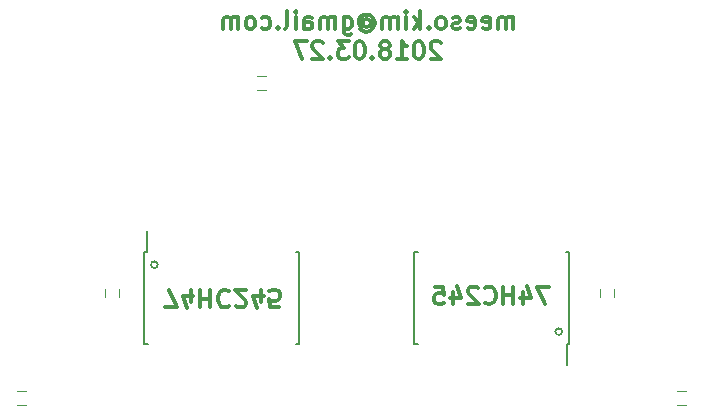
<source format=gbr>
G04 #@! TF.FileFunction,Legend,Bot*
%FSLAX46Y46*%
G04 Gerber Fmt 4.6, Leading zero omitted, Abs format (unit mm)*
G04 Created by KiCad (PCBNEW 4.0.7) date 03/27/18 19:59:39*
%MOMM*%
%LPD*%
G01*
G04 APERTURE LIST*
%ADD10C,0.100000*%
%ADD11C,0.300000*%
%ADD12C,0.200000*%
%ADD13C,0.150000*%
%ADD14C,0.120000*%
G04 APERTURE END LIST*
D10*
D11*
X183073856Y-94682571D02*
X182073856Y-94682571D01*
X182716713Y-96182571D01*
X180859571Y-95182571D02*
X180859571Y-96182571D01*
X181216714Y-94611143D02*
X181573857Y-95682571D01*
X180645285Y-95682571D01*
X180073857Y-96182571D02*
X180073857Y-94682571D01*
X180073857Y-95396857D02*
X179216714Y-95396857D01*
X179216714Y-96182571D02*
X179216714Y-94682571D01*
X177645285Y-96039714D02*
X177716714Y-96111143D01*
X177931000Y-96182571D01*
X178073857Y-96182571D01*
X178288142Y-96111143D01*
X178431000Y-95968286D01*
X178502428Y-95825429D01*
X178573857Y-95539714D01*
X178573857Y-95325429D01*
X178502428Y-95039714D01*
X178431000Y-94896857D01*
X178288142Y-94754000D01*
X178073857Y-94682571D01*
X177931000Y-94682571D01*
X177716714Y-94754000D01*
X177645285Y-94825429D01*
X177073857Y-94825429D02*
X177002428Y-94754000D01*
X176859571Y-94682571D01*
X176502428Y-94682571D01*
X176359571Y-94754000D01*
X176288142Y-94825429D01*
X176216714Y-94968286D01*
X176216714Y-95111143D01*
X176288142Y-95325429D01*
X177145285Y-96182571D01*
X176216714Y-96182571D01*
X174931000Y-95182571D02*
X174931000Y-96182571D01*
X175288143Y-94611143D02*
X175645286Y-95682571D01*
X174716714Y-95682571D01*
X173431000Y-94682571D02*
X174145286Y-94682571D01*
X174216715Y-95396857D01*
X174145286Y-95325429D01*
X174002429Y-95254000D01*
X173645286Y-95254000D01*
X173502429Y-95325429D01*
X173431000Y-95396857D01*
X173359572Y-95539714D01*
X173359572Y-95896857D01*
X173431000Y-96039714D01*
X173502429Y-96111143D01*
X173645286Y-96182571D01*
X174002429Y-96182571D01*
X174145286Y-96111143D01*
X174216715Y-96039714D01*
X150555144Y-96452429D02*
X151555144Y-96452429D01*
X150912287Y-94952429D01*
X152769429Y-95952429D02*
X152769429Y-94952429D01*
X152412286Y-96523857D02*
X152055143Y-95452429D01*
X152983715Y-95452429D01*
X153555143Y-94952429D02*
X153555143Y-96452429D01*
X153555143Y-95738143D02*
X154412286Y-95738143D01*
X154412286Y-94952429D02*
X154412286Y-96452429D01*
X155983715Y-95095286D02*
X155912286Y-95023857D01*
X155698000Y-94952429D01*
X155555143Y-94952429D01*
X155340858Y-95023857D01*
X155198000Y-95166714D01*
X155126572Y-95309571D01*
X155055143Y-95595286D01*
X155055143Y-95809571D01*
X155126572Y-96095286D01*
X155198000Y-96238143D01*
X155340858Y-96381000D01*
X155555143Y-96452429D01*
X155698000Y-96452429D01*
X155912286Y-96381000D01*
X155983715Y-96309571D01*
X156555143Y-96309571D02*
X156626572Y-96381000D01*
X156769429Y-96452429D01*
X157126572Y-96452429D01*
X157269429Y-96381000D01*
X157340858Y-96309571D01*
X157412286Y-96166714D01*
X157412286Y-96023857D01*
X157340858Y-95809571D01*
X156483715Y-94952429D01*
X157412286Y-94952429D01*
X158698000Y-95952429D02*
X158698000Y-94952429D01*
X158340857Y-96523857D02*
X157983714Y-95452429D01*
X158912286Y-95452429D01*
X160198000Y-96452429D02*
X159483714Y-96452429D01*
X159412285Y-95738143D01*
X159483714Y-95809571D01*
X159626571Y-95881000D01*
X159983714Y-95881000D01*
X160126571Y-95809571D01*
X160198000Y-95738143D01*
X160269428Y-95595286D01*
X160269428Y-95238143D01*
X160198000Y-95095286D01*
X160126571Y-95023857D01*
X159983714Y-94952429D01*
X159626571Y-94952429D01*
X159483714Y-95023857D01*
X159412285Y-95095286D01*
X180052714Y-72873071D02*
X180052714Y-71873071D01*
X180052714Y-72015929D02*
X179981286Y-71944500D01*
X179838428Y-71873071D01*
X179624143Y-71873071D01*
X179481286Y-71944500D01*
X179409857Y-72087357D01*
X179409857Y-72873071D01*
X179409857Y-72087357D02*
X179338428Y-71944500D01*
X179195571Y-71873071D01*
X178981286Y-71873071D01*
X178838428Y-71944500D01*
X178767000Y-72087357D01*
X178767000Y-72873071D01*
X177481286Y-72801643D02*
X177624143Y-72873071D01*
X177909857Y-72873071D01*
X178052714Y-72801643D01*
X178124143Y-72658786D01*
X178124143Y-72087357D01*
X178052714Y-71944500D01*
X177909857Y-71873071D01*
X177624143Y-71873071D01*
X177481286Y-71944500D01*
X177409857Y-72087357D01*
X177409857Y-72230214D01*
X178124143Y-72373071D01*
X176195572Y-72801643D02*
X176338429Y-72873071D01*
X176624143Y-72873071D01*
X176767000Y-72801643D01*
X176838429Y-72658786D01*
X176838429Y-72087357D01*
X176767000Y-71944500D01*
X176624143Y-71873071D01*
X176338429Y-71873071D01*
X176195572Y-71944500D01*
X176124143Y-72087357D01*
X176124143Y-72230214D01*
X176838429Y-72373071D01*
X175552715Y-72801643D02*
X175409858Y-72873071D01*
X175124143Y-72873071D01*
X174981286Y-72801643D01*
X174909858Y-72658786D01*
X174909858Y-72587357D01*
X174981286Y-72444500D01*
X175124143Y-72373071D01*
X175338429Y-72373071D01*
X175481286Y-72301643D01*
X175552715Y-72158786D01*
X175552715Y-72087357D01*
X175481286Y-71944500D01*
X175338429Y-71873071D01*
X175124143Y-71873071D01*
X174981286Y-71944500D01*
X174052714Y-72873071D02*
X174195572Y-72801643D01*
X174267000Y-72730214D01*
X174338429Y-72587357D01*
X174338429Y-72158786D01*
X174267000Y-72015929D01*
X174195572Y-71944500D01*
X174052714Y-71873071D01*
X173838429Y-71873071D01*
X173695572Y-71944500D01*
X173624143Y-72015929D01*
X173552714Y-72158786D01*
X173552714Y-72587357D01*
X173624143Y-72730214D01*
X173695572Y-72801643D01*
X173838429Y-72873071D01*
X174052714Y-72873071D01*
X172909857Y-72730214D02*
X172838429Y-72801643D01*
X172909857Y-72873071D01*
X172981286Y-72801643D01*
X172909857Y-72730214D01*
X172909857Y-72873071D01*
X172195571Y-72873071D02*
X172195571Y-71373071D01*
X172052714Y-72301643D02*
X171624143Y-72873071D01*
X171624143Y-71873071D02*
X172195571Y-72444500D01*
X170981285Y-72873071D02*
X170981285Y-71873071D01*
X170981285Y-71373071D02*
X171052714Y-71444500D01*
X170981285Y-71515929D01*
X170909857Y-71444500D01*
X170981285Y-71373071D01*
X170981285Y-71515929D01*
X170266999Y-72873071D02*
X170266999Y-71873071D01*
X170266999Y-72015929D02*
X170195571Y-71944500D01*
X170052713Y-71873071D01*
X169838428Y-71873071D01*
X169695571Y-71944500D01*
X169624142Y-72087357D01*
X169624142Y-72873071D01*
X169624142Y-72087357D02*
X169552713Y-71944500D01*
X169409856Y-71873071D01*
X169195571Y-71873071D01*
X169052713Y-71944500D01*
X168981285Y-72087357D01*
X168981285Y-72873071D01*
X167338428Y-72158786D02*
X167409856Y-72087357D01*
X167552713Y-72015929D01*
X167695571Y-72015929D01*
X167838428Y-72087357D01*
X167909856Y-72158786D01*
X167981285Y-72301643D01*
X167981285Y-72444500D01*
X167909856Y-72587357D01*
X167838428Y-72658786D01*
X167695571Y-72730214D01*
X167552713Y-72730214D01*
X167409856Y-72658786D01*
X167338428Y-72587357D01*
X167338428Y-72015929D02*
X167338428Y-72587357D01*
X167266999Y-72658786D01*
X167195571Y-72658786D01*
X167052713Y-72587357D01*
X166981285Y-72444500D01*
X166981285Y-72087357D01*
X167124142Y-71873071D01*
X167338428Y-71730214D01*
X167624142Y-71658786D01*
X167909856Y-71730214D01*
X168124142Y-71873071D01*
X168266999Y-72087357D01*
X168338428Y-72373071D01*
X168266999Y-72658786D01*
X168124142Y-72873071D01*
X167909856Y-73015929D01*
X167624142Y-73087357D01*
X167338428Y-73015929D01*
X167124142Y-72873071D01*
X165695571Y-71873071D02*
X165695571Y-73087357D01*
X165767000Y-73230214D01*
X165838428Y-73301643D01*
X165981285Y-73373071D01*
X166195571Y-73373071D01*
X166338428Y-73301643D01*
X165695571Y-72801643D02*
X165838428Y-72873071D01*
X166124142Y-72873071D01*
X166267000Y-72801643D01*
X166338428Y-72730214D01*
X166409857Y-72587357D01*
X166409857Y-72158786D01*
X166338428Y-72015929D01*
X166267000Y-71944500D01*
X166124142Y-71873071D01*
X165838428Y-71873071D01*
X165695571Y-71944500D01*
X164981285Y-72873071D02*
X164981285Y-71873071D01*
X164981285Y-72015929D02*
X164909857Y-71944500D01*
X164766999Y-71873071D01*
X164552714Y-71873071D01*
X164409857Y-71944500D01*
X164338428Y-72087357D01*
X164338428Y-72873071D01*
X164338428Y-72087357D02*
X164266999Y-71944500D01*
X164124142Y-71873071D01*
X163909857Y-71873071D01*
X163766999Y-71944500D01*
X163695571Y-72087357D01*
X163695571Y-72873071D01*
X162338428Y-72873071D02*
X162338428Y-72087357D01*
X162409857Y-71944500D01*
X162552714Y-71873071D01*
X162838428Y-71873071D01*
X162981285Y-71944500D01*
X162338428Y-72801643D02*
X162481285Y-72873071D01*
X162838428Y-72873071D01*
X162981285Y-72801643D01*
X163052714Y-72658786D01*
X163052714Y-72515929D01*
X162981285Y-72373071D01*
X162838428Y-72301643D01*
X162481285Y-72301643D01*
X162338428Y-72230214D01*
X161624142Y-72873071D02*
X161624142Y-71873071D01*
X161624142Y-71373071D02*
X161695571Y-71444500D01*
X161624142Y-71515929D01*
X161552714Y-71444500D01*
X161624142Y-71373071D01*
X161624142Y-71515929D01*
X160695570Y-72873071D02*
X160838428Y-72801643D01*
X160909856Y-72658786D01*
X160909856Y-71373071D01*
X160124142Y-72730214D02*
X160052714Y-72801643D01*
X160124142Y-72873071D01*
X160195571Y-72801643D01*
X160124142Y-72730214D01*
X160124142Y-72873071D01*
X158766999Y-72801643D02*
X158909856Y-72873071D01*
X159195570Y-72873071D01*
X159338428Y-72801643D01*
X159409856Y-72730214D01*
X159481285Y-72587357D01*
X159481285Y-72158786D01*
X159409856Y-72015929D01*
X159338428Y-71944500D01*
X159195570Y-71873071D01*
X158909856Y-71873071D01*
X158766999Y-71944500D01*
X157909856Y-72873071D02*
X158052714Y-72801643D01*
X158124142Y-72730214D01*
X158195571Y-72587357D01*
X158195571Y-72158786D01*
X158124142Y-72015929D01*
X158052714Y-71944500D01*
X157909856Y-71873071D01*
X157695571Y-71873071D01*
X157552714Y-71944500D01*
X157481285Y-72015929D01*
X157409856Y-72158786D01*
X157409856Y-72587357D01*
X157481285Y-72730214D01*
X157552714Y-72801643D01*
X157695571Y-72873071D01*
X157909856Y-72873071D01*
X156766999Y-72873071D02*
X156766999Y-71873071D01*
X156766999Y-72015929D02*
X156695571Y-71944500D01*
X156552713Y-71873071D01*
X156338428Y-71873071D01*
X156195571Y-71944500D01*
X156124142Y-72087357D01*
X156124142Y-72873071D01*
X156124142Y-72087357D02*
X156052713Y-71944500D01*
X155909856Y-71873071D01*
X155695571Y-71873071D01*
X155552713Y-71944500D01*
X155481285Y-72087357D01*
X155481285Y-72873071D01*
X173909856Y-74065929D02*
X173838427Y-73994500D01*
X173695570Y-73923071D01*
X173338427Y-73923071D01*
X173195570Y-73994500D01*
X173124141Y-74065929D01*
X173052713Y-74208786D01*
X173052713Y-74351643D01*
X173124141Y-74565929D01*
X173981284Y-75423071D01*
X173052713Y-75423071D01*
X172124142Y-73923071D02*
X171981285Y-73923071D01*
X171838428Y-73994500D01*
X171766999Y-74065929D01*
X171695570Y-74208786D01*
X171624142Y-74494500D01*
X171624142Y-74851643D01*
X171695570Y-75137357D01*
X171766999Y-75280214D01*
X171838428Y-75351643D01*
X171981285Y-75423071D01*
X172124142Y-75423071D01*
X172266999Y-75351643D01*
X172338428Y-75280214D01*
X172409856Y-75137357D01*
X172481285Y-74851643D01*
X172481285Y-74494500D01*
X172409856Y-74208786D01*
X172338428Y-74065929D01*
X172266999Y-73994500D01*
X172124142Y-73923071D01*
X170195571Y-75423071D02*
X171052714Y-75423071D01*
X170624142Y-75423071D02*
X170624142Y-73923071D01*
X170766999Y-74137357D01*
X170909857Y-74280214D01*
X171052714Y-74351643D01*
X169338428Y-74565929D02*
X169481286Y-74494500D01*
X169552714Y-74423071D01*
X169624143Y-74280214D01*
X169624143Y-74208786D01*
X169552714Y-74065929D01*
X169481286Y-73994500D01*
X169338428Y-73923071D01*
X169052714Y-73923071D01*
X168909857Y-73994500D01*
X168838428Y-74065929D01*
X168767000Y-74208786D01*
X168767000Y-74280214D01*
X168838428Y-74423071D01*
X168909857Y-74494500D01*
X169052714Y-74565929D01*
X169338428Y-74565929D01*
X169481286Y-74637357D01*
X169552714Y-74708786D01*
X169624143Y-74851643D01*
X169624143Y-75137357D01*
X169552714Y-75280214D01*
X169481286Y-75351643D01*
X169338428Y-75423071D01*
X169052714Y-75423071D01*
X168909857Y-75351643D01*
X168838428Y-75280214D01*
X168767000Y-75137357D01*
X168767000Y-74851643D01*
X168838428Y-74708786D01*
X168909857Y-74637357D01*
X169052714Y-74565929D01*
X168124143Y-75280214D02*
X168052715Y-75351643D01*
X168124143Y-75423071D01*
X168195572Y-75351643D01*
X168124143Y-75280214D01*
X168124143Y-75423071D01*
X167124143Y-73923071D02*
X166981286Y-73923071D01*
X166838429Y-73994500D01*
X166767000Y-74065929D01*
X166695571Y-74208786D01*
X166624143Y-74494500D01*
X166624143Y-74851643D01*
X166695571Y-75137357D01*
X166767000Y-75280214D01*
X166838429Y-75351643D01*
X166981286Y-75423071D01*
X167124143Y-75423071D01*
X167267000Y-75351643D01*
X167338429Y-75280214D01*
X167409857Y-75137357D01*
X167481286Y-74851643D01*
X167481286Y-74494500D01*
X167409857Y-74208786D01*
X167338429Y-74065929D01*
X167267000Y-73994500D01*
X167124143Y-73923071D01*
X166124143Y-73923071D02*
X165195572Y-73923071D01*
X165695572Y-74494500D01*
X165481286Y-74494500D01*
X165338429Y-74565929D01*
X165267000Y-74637357D01*
X165195572Y-74780214D01*
X165195572Y-75137357D01*
X165267000Y-75280214D01*
X165338429Y-75351643D01*
X165481286Y-75423071D01*
X165909858Y-75423071D01*
X166052715Y-75351643D01*
X166124143Y-75280214D01*
X164552715Y-75280214D02*
X164481287Y-75351643D01*
X164552715Y-75423071D01*
X164624144Y-75351643D01*
X164552715Y-75280214D01*
X164552715Y-75423071D01*
X163909858Y-74065929D02*
X163838429Y-73994500D01*
X163695572Y-73923071D01*
X163338429Y-73923071D01*
X163195572Y-73994500D01*
X163124143Y-74065929D01*
X163052715Y-74208786D01*
X163052715Y-74351643D01*
X163124143Y-74565929D01*
X163981286Y-75423071D01*
X163052715Y-75423071D01*
X162552715Y-73923071D02*
X161552715Y-73923071D01*
X162195572Y-75423071D01*
D12*
X184179981Y-98488500D02*
G75*
G03X184179981Y-98488500I-283981J0D01*
G01*
X149953481Y-92837000D02*
G75*
G03X149953481Y-92837000I-283981J0D01*
G01*
D13*
X148809000Y-91756000D02*
X149059000Y-91756000D01*
X148809000Y-99506000D02*
X149144000Y-99506000D01*
X161959000Y-99506000D02*
X161624000Y-99506000D01*
X161959000Y-91756000D02*
X161624000Y-91756000D01*
X148809000Y-91756000D02*
X148809000Y-99506000D01*
X161959000Y-91756000D02*
X161959000Y-99506000D01*
X149059000Y-91756000D02*
X149059000Y-89956000D01*
X184819000Y-99506000D02*
X184569000Y-99506000D01*
X184819000Y-91756000D02*
X184484000Y-91756000D01*
X171669000Y-91756000D02*
X172004000Y-91756000D01*
X171669000Y-99506000D02*
X172004000Y-99506000D01*
X184819000Y-99506000D02*
X184819000Y-91756000D01*
X171669000Y-99506000D02*
X171669000Y-91756000D01*
X184569000Y-99506000D02*
X184569000Y-101306000D01*
D14*
X145450000Y-94900000D02*
X145450000Y-95600000D01*
X146650000Y-95600000D02*
X146650000Y-94900000D01*
X187360000Y-94900000D02*
X187360000Y-95600000D01*
X188560000Y-95600000D02*
X188560000Y-94900000D01*
X159100000Y-76870000D02*
X158400000Y-76870000D01*
X158400000Y-78070000D02*
X159100000Y-78070000D01*
X193960000Y-104740000D02*
X194660000Y-104740000D01*
X194660000Y-103540000D02*
X193960000Y-103540000D01*
X138080000Y-104740000D02*
X138780000Y-104740000D01*
X138780000Y-103540000D02*
X138080000Y-103540000D01*
M02*

</source>
